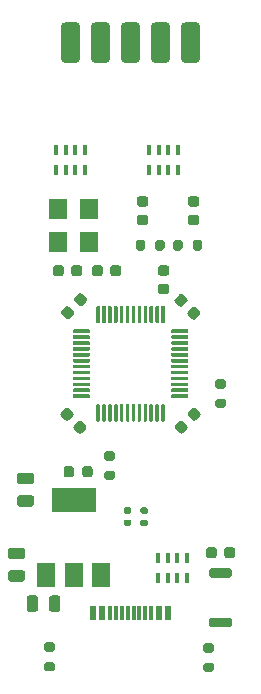
<source format=gtp>
%TF.GenerationSoftware,KiCad,Pcbnew,(5.1.12)-1*%
%TF.CreationDate,2021-12-19T20:34:40+08:00*%
%TF.ProjectId,PCB_EK-Link_Lite,5043425f-454b-42d4-9c69-6e6b5f4c6974,1.3*%
%TF.SameCoordinates,Original*%
%TF.FileFunction,Paste,Top*%
%TF.FilePolarity,Positive*%
%FSLAX46Y46*%
G04 Gerber Fmt 4.6, Leading zero omitted, Abs format (unit mm)*
G04 Created by KiCad (PCBNEW (5.1.12)-1) date 2021-12-19 20:34:40*
%MOMM*%
%LPD*%
G01*
G04 APERTURE LIST*
%ADD10R,1.540000X1.800000*%
%ADD11R,1.500000X2.000000*%
%ADD12R,3.800000X2.000000*%
%ADD13R,0.400000X0.900000*%
%ADD14R,0.600000X1.160000*%
%ADD15R,0.300000X1.160000*%
G04 APERTURE END LIST*
%TO.C,F1*%
G36*
G01*
X69284000Y-98754250D02*
X69284000Y-97841750D01*
G75*
G02*
X69527750Y-97598000I243750J0D01*
G01*
X70015250Y-97598000D01*
G75*
G02*
X70259000Y-97841750I0J-243750D01*
G01*
X70259000Y-98754250D01*
G75*
G02*
X70015250Y-98998000I-243750J0D01*
G01*
X69527750Y-98998000D01*
G75*
G02*
X69284000Y-98754250I0J243750D01*
G01*
G37*
G36*
G01*
X67409000Y-98754250D02*
X67409000Y-97841750D01*
G75*
G02*
X67652750Y-97598000I243750J0D01*
G01*
X68140250Y-97598000D01*
G75*
G02*
X68384000Y-97841750I0J-243750D01*
G01*
X68384000Y-98754250D01*
G75*
G02*
X68140250Y-98998000I-243750J0D01*
G01*
X67652750Y-98998000D01*
G75*
G02*
X67409000Y-98754250I0J243750D01*
G01*
G37*
%TD*%
D10*
%TO.C,Y1*%
X70034000Y-64894000D03*
X72714000Y-64894000D03*
X72714000Y-67694000D03*
X70034000Y-67694000D03*
%TD*%
%TO.C,U2*%
G36*
G01*
X79700000Y-75078000D02*
X81025000Y-75078000D01*
G75*
G02*
X81100000Y-75153000I0J-75000D01*
G01*
X81100000Y-75303000D01*
G75*
G02*
X81025000Y-75378000I-75000J0D01*
G01*
X79700000Y-75378000D01*
G75*
G02*
X79625000Y-75303000I0J75000D01*
G01*
X79625000Y-75153000D01*
G75*
G02*
X79700000Y-75078000I75000J0D01*
G01*
G37*
G36*
G01*
X79700000Y-75578000D02*
X81025000Y-75578000D01*
G75*
G02*
X81100000Y-75653000I0J-75000D01*
G01*
X81100000Y-75803000D01*
G75*
G02*
X81025000Y-75878000I-75000J0D01*
G01*
X79700000Y-75878000D01*
G75*
G02*
X79625000Y-75803000I0J75000D01*
G01*
X79625000Y-75653000D01*
G75*
G02*
X79700000Y-75578000I75000J0D01*
G01*
G37*
G36*
G01*
X79700000Y-76078000D02*
X81025000Y-76078000D01*
G75*
G02*
X81100000Y-76153000I0J-75000D01*
G01*
X81100000Y-76303000D01*
G75*
G02*
X81025000Y-76378000I-75000J0D01*
G01*
X79700000Y-76378000D01*
G75*
G02*
X79625000Y-76303000I0J75000D01*
G01*
X79625000Y-76153000D01*
G75*
G02*
X79700000Y-76078000I75000J0D01*
G01*
G37*
G36*
G01*
X79700000Y-76578000D02*
X81025000Y-76578000D01*
G75*
G02*
X81100000Y-76653000I0J-75000D01*
G01*
X81100000Y-76803000D01*
G75*
G02*
X81025000Y-76878000I-75000J0D01*
G01*
X79700000Y-76878000D01*
G75*
G02*
X79625000Y-76803000I0J75000D01*
G01*
X79625000Y-76653000D01*
G75*
G02*
X79700000Y-76578000I75000J0D01*
G01*
G37*
G36*
G01*
X79700000Y-77078000D02*
X81025000Y-77078000D01*
G75*
G02*
X81100000Y-77153000I0J-75000D01*
G01*
X81100000Y-77303000D01*
G75*
G02*
X81025000Y-77378000I-75000J0D01*
G01*
X79700000Y-77378000D01*
G75*
G02*
X79625000Y-77303000I0J75000D01*
G01*
X79625000Y-77153000D01*
G75*
G02*
X79700000Y-77078000I75000J0D01*
G01*
G37*
G36*
G01*
X79700000Y-77578000D02*
X81025000Y-77578000D01*
G75*
G02*
X81100000Y-77653000I0J-75000D01*
G01*
X81100000Y-77803000D01*
G75*
G02*
X81025000Y-77878000I-75000J0D01*
G01*
X79700000Y-77878000D01*
G75*
G02*
X79625000Y-77803000I0J75000D01*
G01*
X79625000Y-77653000D01*
G75*
G02*
X79700000Y-77578000I75000J0D01*
G01*
G37*
G36*
G01*
X79700000Y-78078000D02*
X81025000Y-78078000D01*
G75*
G02*
X81100000Y-78153000I0J-75000D01*
G01*
X81100000Y-78303000D01*
G75*
G02*
X81025000Y-78378000I-75000J0D01*
G01*
X79700000Y-78378000D01*
G75*
G02*
X79625000Y-78303000I0J75000D01*
G01*
X79625000Y-78153000D01*
G75*
G02*
X79700000Y-78078000I75000J0D01*
G01*
G37*
G36*
G01*
X79700000Y-78578000D02*
X81025000Y-78578000D01*
G75*
G02*
X81100000Y-78653000I0J-75000D01*
G01*
X81100000Y-78803000D01*
G75*
G02*
X81025000Y-78878000I-75000J0D01*
G01*
X79700000Y-78878000D01*
G75*
G02*
X79625000Y-78803000I0J75000D01*
G01*
X79625000Y-78653000D01*
G75*
G02*
X79700000Y-78578000I75000J0D01*
G01*
G37*
G36*
G01*
X79700000Y-79078000D02*
X81025000Y-79078000D01*
G75*
G02*
X81100000Y-79153000I0J-75000D01*
G01*
X81100000Y-79303000D01*
G75*
G02*
X81025000Y-79378000I-75000J0D01*
G01*
X79700000Y-79378000D01*
G75*
G02*
X79625000Y-79303000I0J75000D01*
G01*
X79625000Y-79153000D01*
G75*
G02*
X79700000Y-79078000I75000J0D01*
G01*
G37*
G36*
G01*
X79700000Y-79578000D02*
X81025000Y-79578000D01*
G75*
G02*
X81100000Y-79653000I0J-75000D01*
G01*
X81100000Y-79803000D01*
G75*
G02*
X81025000Y-79878000I-75000J0D01*
G01*
X79700000Y-79878000D01*
G75*
G02*
X79625000Y-79803000I0J75000D01*
G01*
X79625000Y-79653000D01*
G75*
G02*
X79700000Y-79578000I75000J0D01*
G01*
G37*
G36*
G01*
X79700000Y-80078000D02*
X81025000Y-80078000D01*
G75*
G02*
X81100000Y-80153000I0J-75000D01*
G01*
X81100000Y-80303000D01*
G75*
G02*
X81025000Y-80378000I-75000J0D01*
G01*
X79700000Y-80378000D01*
G75*
G02*
X79625000Y-80303000I0J75000D01*
G01*
X79625000Y-80153000D01*
G75*
G02*
X79700000Y-80078000I75000J0D01*
G01*
G37*
G36*
G01*
X79700000Y-80578000D02*
X81025000Y-80578000D01*
G75*
G02*
X81100000Y-80653000I0J-75000D01*
G01*
X81100000Y-80803000D01*
G75*
G02*
X81025000Y-80878000I-75000J0D01*
G01*
X79700000Y-80878000D01*
G75*
G02*
X79625000Y-80803000I0J75000D01*
G01*
X79625000Y-80653000D01*
G75*
G02*
X79700000Y-80578000I75000J0D01*
G01*
G37*
G36*
G01*
X78875000Y-81403000D02*
X79025000Y-81403000D01*
G75*
G02*
X79100000Y-81478000I0J-75000D01*
G01*
X79100000Y-82803000D01*
G75*
G02*
X79025000Y-82878000I-75000J0D01*
G01*
X78875000Y-82878000D01*
G75*
G02*
X78800000Y-82803000I0J75000D01*
G01*
X78800000Y-81478000D01*
G75*
G02*
X78875000Y-81403000I75000J0D01*
G01*
G37*
G36*
G01*
X78375000Y-81403000D02*
X78525000Y-81403000D01*
G75*
G02*
X78600000Y-81478000I0J-75000D01*
G01*
X78600000Y-82803000D01*
G75*
G02*
X78525000Y-82878000I-75000J0D01*
G01*
X78375000Y-82878000D01*
G75*
G02*
X78300000Y-82803000I0J75000D01*
G01*
X78300000Y-81478000D01*
G75*
G02*
X78375000Y-81403000I75000J0D01*
G01*
G37*
G36*
G01*
X77875000Y-81403000D02*
X78025000Y-81403000D01*
G75*
G02*
X78100000Y-81478000I0J-75000D01*
G01*
X78100000Y-82803000D01*
G75*
G02*
X78025000Y-82878000I-75000J0D01*
G01*
X77875000Y-82878000D01*
G75*
G02*
X77800000Y-82803000I0J75000D01*
G01*
X77800000Y-81478000D01*
G75*
G02*
X77875000Y-81403000I75000J0D01*
G01*
G37*
G36*
G01*
X77375000Y-81403000D02*
X77525000Y-81403000D01*
G75*
G02*
X77600000Y-81478000I0J-75000D01*
G01*
X77600000Y-82803000D01*
G75*
G02*
X77525000Y-82878000I-75000J0D01*
G01*
X77375000Y-82878000D01*
G75*
G02*
X77300000Y-82803000I0J75000D01*
G01*
X77300000Y-81478000D01*
G75*
G02*
X77375000Y-81403000I75000J0D01*
G01*
G37*
G36*
G01*
X76875000Y-81403000D02*
X77025000Y-81403000D01*
G75*
G02*
X77100000Y-81478000I0J-75000D01*
G01*
X77100000Y-82803000D01*
G75*
G02*
X77025000Y-82878000I-75000J0D01*
G01*
X76875000Y-82878000D01*
G75*
G02*
X76800000Y-82803000I0J75000D01*
G01*
X76800000Y-81478000D01*
G75*
G02*
X76875000Y-81403000I75000J0D01*
G01*
G37*
G36*
G01*
X76375000Y-81403000D02*
X76525000Y-81403000D01*
G75*
G02*
X76600000Y-81478000I0J-75000D01*
G01*
X76600000Y-82803000D01*
G75*
G02*
X76525000Y-82878000I-75000J0D01*
G01*
X76375000Y-82878000D01*
G75*
G02*
X76300000Y-82803000I0J75000D01*
G01*
X76300000Y-81478000D01*
G75*
G02*
X76375000Y-81403000I75000J0D01*
G01*
G37*
G36*
G01*
X75875000Y-81403000D02*
X76025000Y-81403000D01*
G75*
G02*
X76100000Y-81478000I0J-75000D01*
G01*
X76100000Y-82803000D01*
G75*
G02*
X76025000Y-82878000I-75000J0D01*
G01*
X75875000Y-82878000D01*
G75*
G02*
X75800000Y-82803000I0J75000D01*
G01*
X75800000Y-81478000D01*
G75*
G02*
X75875000Y-81403000I75000J0D01*
G01*
G37*
G36*
G01*
X75375000Y-81403000D02*
X75525000Y-81403000D01*
G75*
G02*
X75600000Y-81478000I0J-75000D01*
G01*
X75600000Y-82803000D01*
G75*
G02*
X75525000Y-82878000I-75000J0D01*
G01*
X75375000Y-82878000D01*
G75*
G02*
X75300000Y-82803000I0J75000D01*
G01*
X75300000Y-81478000D01*
G75*
G02*
X75375000Y-81403000I75000J0D01*
G01*
G37*
G36*
G01*
X74875000Y-81403000D02*
X75025000Y-81403000D01*
G75*
G02*
X75100000Y-81478000I0J-75000D01*
G01*
X75100000Y-82803000D01*
G75*
G02*
X75025000Y-82878000I-75000J0D01*
G01*
X74875000Y-82878000D01*
G75*
G02*
X74800000Y-82803000I0J75000D01*
G01*
X74800000Y-81478000D01*
G75*
G02*
X74875000Y-81403000I75000J0D01*
G01*
G37*
G36*
G01*
X74375000Y-81403000D02*
X74525000Y-81403000D01*
G75*
G02*
X74600000Y-81478000I0J-75000D01*
G01*
X74600000Y-82803000D01*
G75*
G02*
X74525000Y-82878000I-75000J0D01*
G01*
X74375000Y-82878000D01*
G75*
G02*
X74300000Y-82803000I0J75000D01*
G01*
X74300000Y-81478000D01*
G75*
G02*
X74375000Y-81403000I75000J0D01*
G01*
G37*
G36*
G01*
X73875000Y-81403000D02*
X74025000Y-81403000D01*
G75*
G02*
X74100000Y-81478000I0J-75000D01*
G01*
X74100000Y-82803000D01*
G75*
G02*
X74025000Y-82878000I-75000J0D01*
G01*
X73875000Y-82878000D01*
G75*
G02*
X73800000Y-82803000I0J75000D01*
G01*
X73800000Y-81478000D01*
G75*
G02*
X73875000Y-81403000I75000J0D01*
G01*
G37*
G36*
G01*
X73375000Y-81403000D02*
X73525000Y-81403000D01*
G75*
G02*
X73600000Y-81478000I0J-75000D01*
G01*
X73600000Y-82803000D01*
G75*
G02*
X73525000Y-82878000I-75000J0D01*
G01*
X73375000Y-82878000D01*
G75*
G02*
X73300000Y-82803000I0J75000D01*
G01*
X73300000Y-81478000D01*
G75*
G02*
X73375000Y-81403000I75000J0D01*
G01*
G37*
G36*
G01*
X71375000Y-80578000D02*
X72700000Y-80578000D01*
G75*
G02*
X72775000Y-80653000I0J-75000D01*
G01*
X72775000Y-80803000D01*
G75*
G02*
X72700000Y-80878000I-75000J0D01*
G01*
X71375000Y-80878000D01*
G75*
G02*
X71300000Y-80803000I0J75000D01*
G01*
X71300000Y-80653000D01*
G75*
G02*
X71375000Y-80578000I75000J0D01*
G01*
G37*
G36*
G01*
X71375000Y-80078000D02*
X72700000Y-80078000D01*
G75*
G02*
X72775000Y-80153000I0J-75000D01*
G01*
X72775000Y-80303000D01*
G75*
G02*
X72700000Y-80378000I-75000J0D01*
G01*
X71375000Y-80378000D01*
G75*
G02*
X71300000Y-80303000I0J75000D01*
G01*
X71300000Y-80153000D01*
G75*
G02*
X71375000Y-80078000I75000J0D01*
G01*
G37*
G36*
G01*
X71375000Y-79578000D02*
X72700000Y-79578000D01*
G75*
G02*
X72775000Y-79653000I0J-75000D01*
G01*
X72775000Y-79803000D01*
G75*
G02*
X72700000Y-79878000I-75000J0D01*
G01*
X71375000Y-79878000D01*
G75*
G02*
X71300000Y-79803000I0J75000D01*
G01*
X71300000Y-79653000D01*
G75*
G02*
X71375000Y-79578000I75000J0D01*
G01*
G37*
G36*
G01*
X71375000Y-79078000D02*
X72700000Y-79078000D01*
G75*
G02*
X72775000Y-79153000I0J-75000D01*
G01*
X72775000Y-79303000D01*
G75*
G02*
X72700000Y-79378000I-75000J0D01*
G01*
X71375000Y-79378000D01*
G75*
G02*
X71300000Y-79303000I0J75000D01*
G01*
X71300000Y-79153000D01*
G75*
G02*
X71375000Y-79078000I75000J0D01*
G01*
G37*
G36*
G01*
X71375000Y-78578000D02*
X72700000Y-78578000D01*
G75*
G02*
X72775000Y-78653000I0J-75000D01*
G01*
X72775000Y-78803000D01*
G75*
G02*
X72700000Y-78878000I-75000J0D01*
G01*
X71375000Y-78878000D01*
G75*
G02*
X71300000Y-78803000I0J75000D01*
G01*
X71300000Y-78653000D01*
G75*
G02*
X71375000Y-78578000I75000J0D01*
G01*
G37*
G36*
G01*
X71375000Y-78078000D02*
X72700000Y-78078000D01*
G75*
G02*
X72775000Y-78153000I0J-75000D01*
G01*
X72775000Y-78303000D01*
G75*
G02*
X72700000Y-78378000I-75000J0D01*
G01*
X71375000Y-78378000D01*
G75*
G02*
X71300000Y-78303000I0J75000D01*
G01*
X71300000Y-78153000D01*
G75*
G02*
X71375000Y-78078000I75000J0D01*
G01*
G37*
G36*
G01*
X71375000Y-77578000D02*
X72700000Y-77578000D01*
G75*
G02*
X72775000Y-77653000I0J-75000D01*
G01*
X72775000Y-77803000D01*
G75*
G02*
X72700000Y-77878000I-75000J0D01*
G01*
X71375000Y-77878000D01*
G75*
G02*
X71300000Y-77803000I0J75000D01*
G01*
X71300000Y-77653000D01*
G75*
G02*
X71375000Y-77578000I75000J0D01*
G01*
G37*
G36*
G01*
X71375000Y-77078000D02*
X72700000Y-77078000D01*
G75*
G02*
X72775000Y-77153000I0J-75000D01*
G01*
X72775000Y-77303000D01*
G75*
G02*
X72700000Y-77378000I-75000J0D01*
G01*
X71375000Y-77378000D01*
G75*
G02*
X71300000Y-77303000I0J75000D01*
G01*
X71300000Y-77153000D01*
G75*
G02*
X71375000Y-77078000I75000J0D01*
G01*
G37*
G36*
G01*
X71375000Y-76578000D02*
X72700000Y-76578000D01*
G75*
G02*
X72775000Y-76653000I0J-75000D01*
G01*
X72775000Y-76803000D01*
G75*
G02*
X72700000Y-76878000I-75000J0D01*
G01*
X71375000Y-76878000D01*
G75*
G02*
X71300000Y-76803000I0J75000D01*
G01*
X71300000Y-76653000D01*
G75*
G02*
X71375000Y-76578000I75000J0D01*
G01*
G37*
G36*
G01*
X71375000Y-76078000D02*
X72700000Y-76078000D01*
G75*
G02*
X72775000Y-76153000I0J-75000D01*
G01*
X72775000Y-76303000D01*
G75*
G02*
X72700000Y-76378000I-75000J0D01*
G01*
X71375000Y-76378000D01*
G75*
G02*
X71300000Y-76303000I0J75000D01*
G01*
X71300000Y-76153000D01*
G75*
G02*
X71375000Y-76078000I75000J0D01*
G01*
G37*
G36*
G01*
X71375000Y-75578000D02*
X72700000Y-75578000D01*
G75*
G02*
X72775000Y-75653000I0J-75000D01*
G01*
X72775000Y-75803000D01*
G75*
G02*
X72700000Y-75878000I-75000J0D01*
G01*
X71375000Y-75878000D01*
G75*
G02*
X71300000Y-75803000I0J75000D01*
G01*
X71300000Y-75653000D01*
G75*
G02*
X71375000Y-75578000I75000J0D01*
G01*
G37*
G36*
G01*
X71375000Y-75078000D02*
X72700000Y-75078000D01*
G75*
G02*
X72775000Y-75153000I0J-75000D01*
G01*
X72775000Y-75303000D01*
G75*
G02*
X72700000Y-75378000I-75000J0D01*
G01*
X71375000Y-75378000D01*
G75*
G02*
X71300000Y-75303000I0J75000D01*
G01*
X71300000Y-75153000D01*
G75*
G02*
X71375000Y-75078000I75000J0D01*
G01*
G37*
G36*
G01*
X73375000Y-73078000D02*
X73525000Y-73078000D01*
G75*
G02*
X73600000Y-73153000I0J-75000D01*
G01*
X73600000Y-74478000D01*
G75*
G02*
X73525000Y-74553000I-75000J0D01*
G01*
X73375000Y-74553000D01*
G75*
G02*
X73300000Y-74478000I0J75000D01*
G01*
X73300000Y-73153000D01*
G75*
G02*
X73375000Y-73078000I75000J0D01*
G01*
G37*
G36*
G01*
X73875000Y-73078000D02*
X74025000Y-73078000D01*
G75*
G02*
X74100000Y-73153000I0J-75000D01*
G01*
X74100000Y-74478000D01*
G75*
G02*
X74025000Y-74553000I-75000J0D01*
G01*
X73875000Y-74553000D01*
G75*
G02*
X73800000Y-74478000I0J75000D01*
G01*
X73800000Y-73153000D01*
G75*
G02*
X73875000Y-73078000I75000J0D01*
G01*
G37*
G36*
G01*
X74375000Y-73078000D02*
X74525000Y-73078000D01*
G75*
G02*
X74600000Y-73153000I0J-75000D01*
G01*
X74600000Y-74478000D01*
G75*
G02*
X74525000Y-74553000I-75000J0D01*
G01*
X74375000Y-74553000D01*
G75*
G02*
X74300000Y-74478000I0J75000D01*
G01*
X74300000Y-73153000D01*
G75*
G02*
X74375000Y-73078000I75000J0D01*
G01*
G37*
G36*
G01*
X74875000Y-73078000D02*
X75025000Y-73078000D01*
G75*
G02*
X75100000Y-73153000I0J-75000D01*
G01*
X75100000Y-74478000D01*
G75*
G02*
X75025000Y-74553000I-75000J0D01*
G01*
X74875000Y-74553000D01*
G75*
G02*
X74800000Y-74478000I0J75000D01*
G01*
X74800000Y-73153000D01*
G75*
G02*
X74875000Y-73078000I75000J0D01*
G01*
G37*
G36*
G01*
X75375000Y-73078000D02*
X75525000Y-73078000D01*
G75*
G02*
X75600000Y-73153000I0J-75000D01*
G01*
X75600000Y-74478000D01*
G75*
G02*
X75525000Y-74553000I-75000J0D01*
G01*
X75375000Y-74553000D01*
G75*
G02*
X75300000Y-74478000I0J75000D01*
G01*
X75300000Y-73153000D01*
G75*
G02*
X75375000Y-73078000I75000J0D01*
G01*
G37*
G36*
G01*
X75875000Y-73078000D02*
X76025000Y-73078000D01*
G75*
G02*
X76100000Y-73153000I0J-75000D01*
G01*
X76100000Y-74478000D01*
G75*
G02*
X76025000Y-74553000I-75000J0D01*
G01*
X75875000Y-74553000D01*
G75*
G02*
X75800000Y-74478000I0J75000D01*
G01*
X75800000Y-73153000D01*
G75*
G02*
X75875000Y-73078000I75000J0D01*
G01*
G37*
G36*
G01*
X76375000Y-73078000D02*
X76525000Y-73078000D01*
G75*
G02*
X76600000Y-73153000I0J-75000D01*
G01*
X76600000Y-74478000D01*
G75*
G02*
X76525000Y-74553000I-75000J0D01*
G01*
X76375000Y-74553000D01*
G75*
G02*
X76300000Y-74478000I0J75000D01*
G01*
X76300000Y-73153000D01*
G75*
G02*
X76375000Y-73078000I75000J0D01*
G01*
G37*
G36*
G01*
X76875000Y-73078000D02*
X77025000Y-73078000D01*
G75*
G02*
X77100000Y-73153000I0J-75000D01*
G01*
X77100000Y-74478000D01*
G75*
G02*
X77025000Y-74553000I-75000J0D01*
G01*
X76875000Y-74553000D01*
G75*
G02*
X76800000Y-74478000I0J75000D01*
G01*
X76800000Y-73153000D01*
G75*
G02*
X76875000Y-73078000I75000J0D01*
G01*
G37*
G36*
G01*
X77375000Y-73078000D02*
X77525000Y-73078000D01*
G75*
G02*
X77600000Y-73153000I0J-75000D01*
G01*
X77600000Y-74478000D01*
G75*
G02*
X77525000Y-74553000I-75000J0D01*
G01*
X77375000Y-74553000D01*
G75*
G02*
X77300000Y-74478000I0J75000D01*
G01*
X77300000Y-73153000D01*
G75*
G02*
X77375000Y-73078000I75000J0D01*
G01*
G37*
G36*
G01*
X77875000Y-73078000D02*
X78025000Y-73078000D01*
G75*
G02*
X78100000Y-73153000I0J-75000D01*
G01*
X78100000Y-74478000D01*
G75*
G02*
X78025000Y-74553000I-75000J0D01*
G01*
X77875000Y-74553000D01*
G75*
G02*
X77800000Y-74478000I0J75000D01*
G01*
X77800000Y-73153000D01*
G75*
G02*
X77875000Y-73078000I75000J0D01*
G01*
G37*
G36*
G01*
X78375000Y-73078000D02*
X78525000Y-73078000D01*
G75*
G02*
X78600000Y-73153000I0J-75000D01*
G01*
X78600000Y-74478000D01*
G75*
G02*
X78525000Y-74553000I-75000J0D01*
G01*
X78375000Y-74553000D01*
G75*
G02*
X78300000Y-74478000I0J75000D01*
G01*
X78300000Y-73153000D01*
G75*
G02*
X78375000Y-73078000I75000J0D01*
G01*
G37*
G36*
G01*
X78875000Y-73078000D02*
X79025000Y-73078000D01*
G75*
G02*
X79100000Y-73153000I0J-75000D01*
G01*
X79100000Y-74478000D01*
G75*
G02*
X79025000Y-74553000I-75000J0D01*
G01*
X78875000Y-74553000D01*
G75*
G02*
X78800000Y-74478000I0J75000D01*
G01*
X78800000Y-73153000D01*
G75*
G02*
X78875000Y-73078000I75000J0D01*
G01*
G37*
%TD*%
D11*
%TO.C,U1*%
X69074000Y-95860000D03*
X73674000Y-95860000D03*
X71374000Y-95860000D03*
D12*
X71374000Y-89560000D03*
%TD*%
%TO.C,SW1*%
G36*
G01*
X83020000Y-95290000D02*
X84620000Y-95290000D01*
G75*
G02*
X84820000Y-95490000I0J-200000D01*
G01*
X84820000Y-95890000D01*
G75*
G02*
X84620000Y-96090000I-200000J0D01*
G01*
X83020000Y-96090000D01*
G75*
G02*
X82820000Y-95890000I0J200000D01*
G01*
X82820000Y-95490000D01*
G75*
G02*
X83020000Y-95290000I200000J0D01*
G01*
G37*
G36*
G01*
X83020000Y-99490000D02*
X84620000Y-99490000D01*
G75*
G02*
X84820000Y-99690000I0J-200000D01*
G01*
X84820000Y-100090000D01*
G75*
G02*
X84620000Y-100290000I-200000J0D01*
G01*
X83020000Y-100290000D01*
G75*
G02*
X82820000Y-100090000I0J200000D01*
G01*
X82820000Y-99690000D01*
G75*
G02*
X83020000Y-99490000I200000J0D01*
G01*
G37*
%TD*%
D13*
%TO.C,RN3*%
X80956000Y-94400000D03*
X80156000Y-94400000D03*
X79356000Y-94400000D03*
X78556000Y-94400000D03*
X80956000Y-96100000D03*
X78556000Y-96100000D03*
X80156000Y-96100000D03*
X79356000Y-96100000D03*
%TD*%
%TO.C,RN2*%
X77794000Y-61556000D03*
X78594000Y-61556000D03*
X79394000Y-61556000D03*
X80194000Y-61556000D03*
X77794000Y-59856000D03*
X80194000Y-59856000D03*
X78594000Y-59856000D03*
X79394000Y-59856000D03*
%TD*%
%TO.C,RN1*%
X72320000Y-59856000D03*
X71520000Y-59856000D03*
X70720000Y-59856000D03*
X69920000Y-59856000D03*
X72320000Y-61556000D03*
X69920000Y-61556000D03*
X71520000Y-61556000D03*
X70720000Y-61556000D03*
%TD*%
%TO.C,R8*%
G36*
G01*
X78276000Y-68220000D02*
X78276000Y-67670000D01*
G75*
G02*
X78476000Y-67470000I200000J0D01*
G01*
X78876000Y-67470000D01*
G75*
G02*
X79076000Y-67670000I0J-200000D01*
G01*
X79076000Y-68220000D01*
G75*
G02*
X78876000Y-68420000I-200000J0D01*
G01*
X78476000Y-68420000D01*
G75*
G02*
X78276000Y-68220000I0J200000D01*
G01*
G37*
G36*
G01*
X76626000Y-68220000D02*
X76626000Y-67670000D01*
G75*
G02*
X76826000Y-67470000I200000J0D01*
G01*
X77226000Y-67470000D01*
G75*
G02*
X77426000Y-67670000I0J-200000D01*
G01*
X77426000Y-68220000D01*
G75*
G02*
X77226000Y-68420000I-200000J0D01*
G01*
X76826000Y-68420000D01*
G75*
G02*
X76626000Y-68220000I0J200000D01*
G01*
G37*
%TD*%
%TO.C,R7*%
G36*
G01*
X81451000Y-68220000D02*
X81451000Y-67670000D01*
G75*
G02*
X81651000Y-67470000I200000J0D01*
G01*
X82051000Y-67470000D01*
G75*
G02*
X82251000Y-67670000I0J-200000D01*
G01*
X82251000Y-68220000D01*
G75*
G02*
X82051000Y-68420000I-200000J0D01*
G01*
X81651000Y-68420000D01*
G75*
G02*
X81451000Y-68220000I0J200000D01*
G01*
G37*
G36*
G01*
X79801000Y-68220000D02*
X79801000Y-67670000D01*
G75*
G02*
X80001000Y-67470000I200000J0D01*
G01*
X80401000Y-67470000D01*
G75*
G02*
X80601000Y-67670000I0J-200000D01*
G01*
X80601000Y-68220000D01*
G75*
G02*
X80401000Y-68420000I-200000J0D01*
G01*
X80001000Y-68420000D01*
G75*
G02*
X79801000Y-68220000I0J200000D01*
G01*
G37*
%TD*%
%TO.C,R6*%
G36*
G01*
X74697000Y-86189000D02*
X74147000Y-86189000D01*
G75*
G02*
X73947000Y-85989000I0J200000D01*
G01*
X73947000Y-85589000D01*
G75*
G02*
X74147000Y-85389000I200000J0D01*
G01*
X74697000Y-85389000D01*
G75*
G02*
X74897000Y-85589000I0J-200000D01*
G01*
X74897000Y-85989000D01*
G75*
G02*
X74697000Y-86189000I-200000J0D01*
G01*
G37*
G36*
G01*
X74697000Y-87839000D02*
X74147000Y-87839000D01*
G75*
G02*
X73947000Y-87639000I0J200000D01*
G01*
X73947000Y-87239000D01*
G75*
G02*
X74147000Y-87039000I200000J0D01*
G01*
X74697000Y-87039000D01*
G75*
G02*
X74897000Y-87239000I0J-200000D01*
G01*
X74897000Y-87639000D01*
G75*
G02*
X74697000Y-87839000I-200000J0D01*
G01*
G37*
%TD*%
%TO.C,R5*%
G36*
G01*
X83545000Y-80943000D02*
X84095000Y-80943000D01*
G75*
G02*
X84295000Y-81143000I0J-200000D01*
G01*
X84295000Y-81543000D01*
G75*
G02*
X84095000Y-81743000I-200000J0D01*
G01*
X83545000Y-81743000D01*
G75*
G02*
X83345000Y-81543000I0J200000D01*
G01*
X83345000Y-81143000D01*
G75*
G02*
X83545000Y-80943000I200000J0D01*
G01*
G37*
G36*
G01*
X83545000Y-79293000D02*
X84095000Y-79293000D01*
G75*
G02*
X84295000Y-79493000I0J-200000D01*
G01*
X84295000Y-79893000D01*
G75*
G02*
X84095000Y-80093000I-200000J0D01*
G01*
X83545000Y-80093000D01*
G75*
G02*
X83345000Y-79893000I0J200000D01*
G01*
X83345000Y-79493000D01*
G75*
G02*
X83545000Y-79293000I200000J0D01*
G01*
G37*
%TD*%
%TO.C,R4*%
G36*
G01*
X77158000Y-91172000D02*
X77528000Y-91172000D01*
G75*
G02*
X77663000Y-91307000I0J-135000D01*
G01*
X77663000Y-91577000D01*
G75*
G02*
X77528000Y-91712000I-135000J0D01*
G01*
X77158000Y-91712000D01*
G75*
G02*
X77023000Y-91577000I0J135000D01*
G01*
X77023000Y-91307000D01*
G75*
G02*
X77158000Y-91172000I135000J0D01*
G01*
G37*
G36*
G01*
X77158000Y-90152000D02*
X77528000Y-90152000D01*
G75*
G02*
X77663000Y-90287000I0J-135000D01*
G01*
X77663000Y-90557000D01*
G75*
G02*
X77528000Y-90692000I-135000J0D01*
G01*
X77158000Y-90692000D01*
G75*
G02*
X77023000Y-90557000I0J135000D01*
G01*
X77023000Y-90287000D01*
G75*
G02*
X77158000Y-90152000I135000J0D01*
G01*
G37*
%TD*%
%TO.C,R3*%
G36*
G01*
X75761000Y-91172000D02*
X76131000Y-91172000D01*
G75*
G02*
X76266000Y-91307000I0J-135000D01*
G01*
X76266000Y-91577000D01*
G75*
G02*
X76131000Y-91712000I-135000J0D01*
G01*
X75761000Y-91712000D01*
G75*
G02*
X75626000Y-91577000I0J135000D01*
G01*
X75626000Y-91307000D01*
G75*
G02*
X75761000Y-91172000I135000J0D01*
G01*
G37*
G36*
G01*
X75761000Y-90152000D02*
X76131000Y-90152000D01*
G75*
G02*
X76266000Y-90287000I0J-135000D01*
G01*
X76266000Y-90557000D01*
G75*
G02*
X76131000Y-90692000I-135000J0D01*
G01*
X75761000Y-90692000D01*
G75*
G02*
X75626000Y-90557000I0J135000D01*
G01*
X75626000Y-90287000D01*
G75*
G02*
X75761000Y-90152000I135000J0D01*
G01*
G37*
%TD*%
%TO.C,R2*%
G36*
G01*
X69067000Y-103232000D02*
X69617000Y-103232000D01*
G75*
G02*
X69817000Y-103432000I0J-200000D01*
G01*
X69817000Y-103832000D01*
G75*
G02*
X69617000Y-104032000I-200000J0D01*
G01*
X69067000Y-104032000D01*
G75*
G02*
X68867000Y-103832000I0J200000D01*
G01*
X68867000Y-103432000D01*
G75*
G02*
X69067000Y-103232000I200000J0D01*
G01*
G37*
G36*
G01*
X69067000Y-101582000D02*
X69617000Y-101582000D01*
G75*
G02*
X69817000Y-101782000I0J-200000D01*
G01*
X69817000Y-102182000D01*
G75*
G02*
X69617000Y-102382000I-200000J0D01*
G01*
X69067000Y-102382000D01*
G75*
G02*
X68867000Y-102182000I0J200000D01*
G01*
X68867000Y-101782000D01*
G75*
G02*
X69067000Y-101582000I200000J0D01*
G01*
G37*
%TD*%
%TO.C,R1*%
G36*
G01*
X82529000Y-103295000D02*
X83079000Y-103295000D01*
G75*
G02*
X83279000Y-103495000I0J-200000D01*
G01*
X83279000Y-103895000D01*
G75*
G02*
X83079000Y-104095000I-200000J0D01*
G01*
X82529000Y-104095000D01*
G75*
G02*
X82329000Y-103895000I0J200000D01*
G01*
X82329000Y-103495000D01*
G75*
G02*
X82529000Y-103295000I200000J0D01*
G01*
G37*
G36*
G01*
X82529000Y-101645000D02*
X83079000Y-101645000D01*
G75*
G02*
X83279000Y-101845000I0J-200000D01*
G01*
X83279000Y-102245000D01*
G75*
G02*
X83079000Y-102445000I-200000J0D01*
G01*
X82529000Y-102445000D01*
G75*
G02*
X82329000Y-102245000I0J200000D01*
G01*
X82329000Y-101845000D01*
G75*
G02*
X82529000Y-101645000I200000J0D01*
G01*
G37*
%TD*%
%TO.C,J3*%
G36*
G01*
X72840000Y-52140000D02*
X72840000Y-49460000D01*
G75*
G02*
X73250000Y-49050000I410000J0D01*
G01*
X74070000Y-49050000D01*
G75*
G02*
X74480000Y-49460000I0J-410000D01*
G01*
X74480000Y-52140000D01*
G75*
G02*
X74070000Y-52550000I-410000J0D01*
G01*
X73250000Y-52550000D01*
G75*
G02*
X72840000Y-52140000I0J410000D01*
G01*
G37*
G36*
G01*
X75380000Y-52140000D02*
X75380000Y-49460000D01*
G75*
G02*
X75790000Y-49050000I410000J0D01*
G01*
X76610000Y-49050000D01*
G75*
G02*
X77020000Y-49460000I0J-410000D01*
G01*
X77020000Y-52140000D01*
G75*
G02*
X76610000Y-52550000I-410000J0D01*
G01*
X75790000Y-52550000D01*
G75*
G02*
X75380000Y-52140000I0J410000D01*
G01*
G37*
G36*
G01*
X77920000Y-52140000D02*
X77920000Y-49460000D01*
G75*
G02*
X78330000Y-49050000I410000J0D01*
G01*
X79150000Y-49050000D01*
G75*
G02*
X79560000Y-49460000I0J-410000D01*
G01*
X79560000Y-52140000D01*
G75*
G02*
X79150000Y-52550000I-410000J0D01*
G01*
X78330000Y-52550000D01*
G75*
G02*
X77920000Y-52140000I0J410000D01*
G01*
G37*
G36*
G01*
X80460000Y-52140000D02*
X80460000Y-49460000D01*
G75*
G02*
X80870000Y-49050000I410000J0D01*
G01*
X81690000Y-49050000D01*
G75*
G02*
X82100000Y-49460000I0J-410000D01*
G01*
X82100000Y-52140000D01*
G75*
G02*
X81690000Y-52550000I-410000J0D01*
G01*
X80870000Y-52550000D01*
G75*
G02*
X80460000Y-52140000I0J410000D01*
G01*
G37*
G36*
G01*
X70300000Y-52140000D02*
X70300000Y-49460000D01*
G75*
G02*
X70710000Y-49050000I410000J0D01*
G01*
X71530000Y-49050000D01*
G75*
G02*
X71940000Y-49460000I0J-410000D01*
G01*
X71940000Y-52140000D01*
G75*
G02*
X71530000Y-52550000I-410000J0D01*
G01*
X70710000Y-52550000D01*
G75*
G02*
X70300000Y-52140000I0J410000D01*
G01*
G37*
%TD*%
D14*
%TO.C,J1*%
X79400000Y-99090000D03*
X78600000Y-99090000D03*
X79400000Y-99090000D03*
X78600000Y-99090000D03*
X73000000Y-99090000D03*
X73000000Y-99090000D03*
X73800000Y-99090000D03*
X73800000Y-99090000D03*
D15*
X77950000Y-99090000D03*
X76950000Y-99090000D03*
X77450000Y-99090000D03*
X74950000Y-99090000D03*
X74450000Y-99090000D03*
X76450000Y-99090000D03*
X75950000Y-99090000D03*
X75450000Y-99090000D03*
%TD*%
%TO.C,D3*%
G36*
G01*
X77472250Y-64674000D02*
X76959750Y-64674000D01*
G75*
G02*
X76741000Y-64455250I0J218750D01*
G01*
X76741000Y-64017750D01*
G75*
G02*
X76959750Y-63799000I218750J0D01*
G01*
X77472250Y-63799000D01*
G75*
G02*
X77691000Y-64017750I0J-218750D01*
G01*
X77691000Y-64455250D01*
G75*
G02*
X77472250Y-64674000I-218750J0D01*
G01*
G37*
G36*
G01*
X77472250Y-66249000D02*
X76959750Y-66249000D01*
G75*
G02*
X76741000Y-66030250I0J218750D01*
G01*
X76741000Y-65592750D01*
G75*
G02*
X76959750Y-65374000I218750J0D01*
G01*
X77472250Y-65374000D01*
G75*
G02*
X77691000Y-65592750I0J-218750D01*
G01*
X77691000Y-66030250D01*
G75*
G02*
X77472250Y-66249000I-218750J0D01*
G01*
G37*
%TD*%
%TO.C,D2*%
G36*
G01*
X81790250Y-64674000D02*
X81277750Y-64674000D01*
G75*
G02*
X81059000Y-64455250I0J218750D01*
G01*
X81059000Y-64017750D01*
G75*
G02*
X81277750Y-63799000I218750J0D01*
G01*
X81790250Y-63799000D01*
G75*
G02*
X82009000Y-64017750I0J-218750D01*
G01*
X82009000Y-64455250D01*
G75*
G02*
X81790250Y-64674000I-218750J0D01*
G01*
G37*
G36*
G01*
X81790250Y-66249000D02*
X81277750Y-66249000D01*
G75*
G02*
X81059000Y-66030250I0J218750D01*
G01*
X81059000Y-65592750D01*
G75*
G02*
X81277750Y-65374000I218750J0D01*
G01*
X81790250Y-65374000D01*
G75*
G02*
X82009000Y-65592750I0J-218750D01*
G01*
X82009000Y-66030250D01*
G75*
G02*
X81790250Y-66249000I-218750J0D01*
G01*
G37*
%TD*%
%TO.C,D1*%
G36*
G01*
X71405000Y-86865750D02*
X71405000Y-87378250D01*
G75*
G02*
X71186250Y-87597000I-218750J0D01*
G01*
X70748750Y-87597000D01*
G75*
G02*
X70530000Y-87378250I0J218750D01*
G01*
X70530000Y-86865750D01*
G75*
G02*
X70748750Y-86647000I218750J0D01*
G01*
X71186250Y-86647000D01*
G75*
G02*
X71405000Y-86865750I0J-218750D01*
G01*
G37*
G36*
G01*
X72980000Y-86865750D02*
X72980000Y-87378250D01*
G75*
G02*
X72761250Y-87597000I-218750J0D01*
G01*
X72323750Y-87597000D01*
G75*
G02*
X72105000Y-87378250I0J218750D01*
G01*
X72105000Y-86865750D01*
G75*
G02*
X72323750Y-86647000I218750J0D01*
G01*
X72761250Y-86647000D01*
G75*
G02*
X72980000Y-86865750I0J-218750D01*
G01*
G37*
%TD*%
%TO.C,C10*%
G36*
G01*
X81079033Y-73571587D02*
X81432587Y-73218033D01*
G75*
G02*
X81750785Y-73218033I159099J-159099D01*
G01*
X82068983Y-73536231D01*
G75*
G02*
X82068983Y-73854429I-159099J-159099D01*
G01*
X81715429Y-74207983D01*
G75*
G02*
X81397231Y-74207983I-159099J159099D01*
G01*
X81079033Y-73889785D01*
G75*
G02*
X81079033Y-73571587I159099J159099D01*
G01*
G37*
G36*
G01*
X79983017Y-72475571D02*
X80336571Y-72122017D01*
G75*
G02*
X80654769Y-72122017I159099J-159099D01*
G01*
X80972967Y-72440215D01*
G75*
G02*
X80972967Y-72758413I-159099J-159099D01*
G01*
X80619413Y-73111967D01*
G75*
G02*
X80301215Y-73111967I-159099J159099D01*
G01*
X79983017Y-72793769D01*
G75*
G02*
X79983017Y-72475571I159099J159099D01*
G01*
G37*
%TD*%
%TO.C,C9*%
G36*
G01*
X80619413Y-82857033D02*
X80972967Y-83210587D01*
G75*
G02*
X80972967Y-83528785I-159099J-159099D01*
G01*
X80654769Y-83846983D01*
G75*
G02*
X80336571Y-83846983I-159099J159099D01*
G01*
X79983017Y-83493429D01*
G75*
G02*
X79983017Y-83175231I159099J159099D01*
G01*
X80301215Y-82857033D01*
G75*
G02*
X80619413Y-82857033I159099J-159099D01*
G01*
G37*
G36*
G01*
X81715429Y-81761017D02*
X82068983Y-82114571D01*
G75*
G02*
X82068983Y-82432769I-159099J-159099D01*
G01*
X81750785Y-82750967D01*
G75*
G02*
X81432587Y-82750967I-159099J159099D01*
G01*
X81079033Y-82397413D01*
G75*
G02*
X81079033Y-82079215I159099J159099D01*
G01*
X81397231Y-81761017D01*
G75*
G02*
X81715429Y-81761017I159099J-159099D01*
G01*
G37*
%TD*%
%TO.C,C8*%
G36*
G01*
X71320967Y-82397413D02*
X70967413Y-82750967D01*
G75*
G02*
X70649215Y-82750967I-159099J159099D01*
G01*
X70331017Y-82432769D01*
G75*
G02*
X70331017Y-82114571I159099J159099D01*
G01*
X70684571Y-81761017D01*
G75*
G02*
X71002769Y-81761017I159099J-159099D01*
G01*
X71320967Y-82079215D01*
G75*
G02*
X71320967Y-82397413I-159099J-159099D01*
G01*
G37*
G36*
G01*
X72416983Y-83493429D02*
X72063429Y-83846983D01*
G75*
G02*
X71745231Y-83846983I-159099J159099D01*
G01*
X71427033Y-83528785D01*
G75*
G02*
X71427033Y-83210587I159099J159099D01*
G01*
X71780587Y-82857033D01*
G75*
G02*
X72098785Y-82857033I159099J-159099D01*
G01*
X72416983Y-83175231D01*
G75*
G02*
X72416983Y-83493429I-159099J-159099D01*
G01*
G37*
%TD*%
%TO.C,C7*%
G36*
G01*
X71820595Y-73058959D02*
X71467041Y-72705405D01*
G75*
G02*
X71467041Y-72387207I159099J159099D01*
G01*
X71785239Y-72069009D01*
G75*
G02*
X72103437Y-72069009I159099J-159099D01*
G01*
X72456991Y-72422563D01*
G75*
G02*
X72456991Y-72740761I-159099J-159099D01*
G01*
X72138793Y-73058959D01*
G75*
G02*
X71820595Y-73058959I-159099J159099D01*
G01*
G37*
G36*
G01*
X70724579Y-74154975D02*
X70371025Y-73801421D01*
G75*
G02*
X70371025Y-73483223I159099J159099D01*
G01*
X70689223Y-73165025D01*
G75*
G02*
X71007421Y-73165025I159099J-159099D01*
G01*
X71360975Y-73518579D01*
G75*
G02*
X71360975Y-73836777I-159099J-159099D01*
G01*
X71042777Y-74154975D01*
G75*
G02*
X70724579Y-74154975I-159099J159099D01*
G01*
G37*
%TD*%
%TO.C,C6*%
G36*
G01*
X79244000Y-70541000D02*
X78744000Y-70541000D01*
G75*
G02*
X78519000Y-70316000I0J225000D01*
G01*
X78519000Y-69866000D01*
G75*
G02*
X78744000Y-69641000I225000J0D01*
G01*
X79244000Y-69641000D01*
G75*
G02*
X79469000Y-69866000I0J-225000D01*
G01*
X79469000Y-70316000D01*
G75*
G02*
X79244000Y-70541000I-225000J0D01*
G01*
G37*
G36*
G01*
X79244000Y-72091000D02*
X78744000Y-72091000D01*
G75*
G02*
X78519000Y-71866000I0J225000D01*
G01*
X78519000Y-71416000D01*
G75*
G02*
X78744000Y-71191000I225000J0D01*
G01*
X79244000Y-71191000D01*
G75*
G02*
X79469000Y-71416000I0J-225000D01*
G01*
X79469000Y-71866000D01*
G75*
G02*
X79244000Y-72091000I-225000J0D01*
G01*
G37*
%TD*%
%TO.C,C5*%
G36*
G01*
X71191000Y-70354000D02*
X71191000Y-69854000D01*
G75*
G02*
X71416000Y-69629000I225000J0D01*
G01*
X71866000Y-69629000D01*
G75*
G02*
X72091000Y-69854000I0J-225000D01*
G01*
X72091000Y-70354000D01*
G75*
G02*
X71866000Y-70579000I-225000J0D01*
G01*
X71416000Y-70579000D01*
G75*
G02*
X71191000Y-70354000I0J225000D01*
G01*
G37*
G36*
G01*
X69641000Y-70354000D02*
X69641000Y-69854000D01*
G75*
G02*
X69866000Y-69629000I225000J0D01*
G01*
X70316000Y-69629000D01*
G75*
G02*
X70541000Y-69854000I0J-225000D01*
G01*
X70541000Y-70354000D01*
G75*
G02*
X70316000Y-70579000I-225000J0D01*
G01*
X69866000Y-70579000D01*
G75*
G02*
X69641000Y-70354000I0J225000D01*
G01*
G37*
%TD*%
%TO.C,C4*%
G36*
G01*
X74493000Y-70354000D02*
X74493000Y-69854000D01*
G75*
G02*
X74718000Y-69629000I225000J0D01*
G01*
X75168000Y-69629000D01*
G75*
G02*
X75393000Y-69854000I0J-225000D01*
G01*
X75393000Y-70354000D01*
G75*
G02*
X75168000Y-70579000I-225000J0D01*
G01*
X74718000Y-70579000D01*
G75*
G02*
X74493000Y-70354000I0J225000D01*
G01*
G37*
G36*
G01*
X72943000Y-70354000D02*
X72943000Y-69854000D01*
G75*
G02*
X73168000Y-69629000I225000J0D01*
G01*
X73618000Y-69629000D01*
G75*
G02*
X73843000Y-69854000I0J-225000D01*
G01*
X73843000Y-70354000D01*
G75*
G02*
X73618000Y-70579000I-225000J0D01*
G01*
X73168000Y-70579000D01*
G75*
G02*
X72943000Y-70354000I0J225000D01*
G01*
G37*
%TD*%
%TO.C,C3*%
G36*
G01*
X84145000Y-94230000D02*
X84145000Y-93730000D01*
G75*
G02*
X84370000Y-93505000I225000J0D01*
G01*
X84820000Y-93505000D01*
G75*
G02*
X85045000Y-93730000I0J-225000D01*
G01*
X85045000Y-94230000D01*
G75*
G02*
X84820000Y-94455000I-225000J0D01*
G01*
X84370000Y-94455000D01*
G75*
G02*
X84145000Y-94230000I0J225000D01*
G01*
G37*
G36*
G01*
X82595000Y-94230000D02*
X82595000Y-93730000D01*
G75*
G02*
X82820000Y-93505000I225000J0D01*
G01*
X83270000Y-93505000D01*
G75*
G02*
X83495000Y-93730000I0J-225000D01*
G01*
X83495000Y-94230000D01*
G75*
G02*
X83270000Y-94455000I-225000J0D01*
G01*
X82820000Y-94455000D01*
G75*
G02*
X82595000Y-94230000I0J225000D01*
G01*
G37*
%TD*%
%TO.C,C2*%
G36*
G01*
X67785000Y-88196000D02*
X66835000Y-88196000D01*
G75*
G02*
X66585000Y-87946000I0J250000D01*
G01*
X66585000Y-87446000D01*
G75*
G02*
X66835000Y-87196000I250000J0D01*
G01*
X67785000Y-87196000D01*
G75*
G02*
X68035000Y-87446000I0J-250000D01*
G01*
X68035000Y-87946000D01*
G75*
G02*
X67785000Y-88196000I-250000J0D01*
G01*
G37*
G36*
G01*
X67785000Y-90096000D02*
X66835000Y-90096000D01*
G75*
G02*
X66585000Y-89846000I0J250000D01*
G01*
X66585000Y-89346000D01*
G75*
G02*
X66835000Y-89096000I250000J0D01*
G01*
X67785000Y-89096000D01*
G75*
G02*
X68035000Y-89346000I0J-250000D01*
G01*
X68035000Y-89846000D01*
G75*
G02*
X67785000Y-90096000I-250000J0D01*
G01*
G37*
%TD*%
%TO.C,C1*%
G36*
G01*
X66073000Y-95446000D02*
X67023000Y-95446000D01*
G75*
G02*
X67273000Y-95696000I0J-250000D01*
G01*
X67273000Y-96196000D01*
G75*
G02*
X67023000Y-96446000I-250000J0D01*
G01*
X66073000Y-96446000D01*
G75*
G02*
X65823000Y-96196000I0J250000D01*
G01*
X65823000Y-95696000D01*
G75*
G02*
X66073000Y-95446000I250000J0D01*
G01*
G37*
G36*
G01*
X66073000Y-93546000D02*
X67023000Y-93546000D01*
G75*
G02*
X67273000Y-93796000I0J-250000D01*
G01*
X67273000Y-94296000D01*
G75*
G02*
X67023000Y-94546000I-250000J0D01*
G01*
X66073000Y-94546000D01*
G75*
G02*
X65823000Y-94296000I0J250000D01*
G01*
X65823000Y-93796000D01*
G75*
G02*
X66073000Y-93546000I250000J0D01*
G01*
G37*
%TD*%
M02*

</source>
